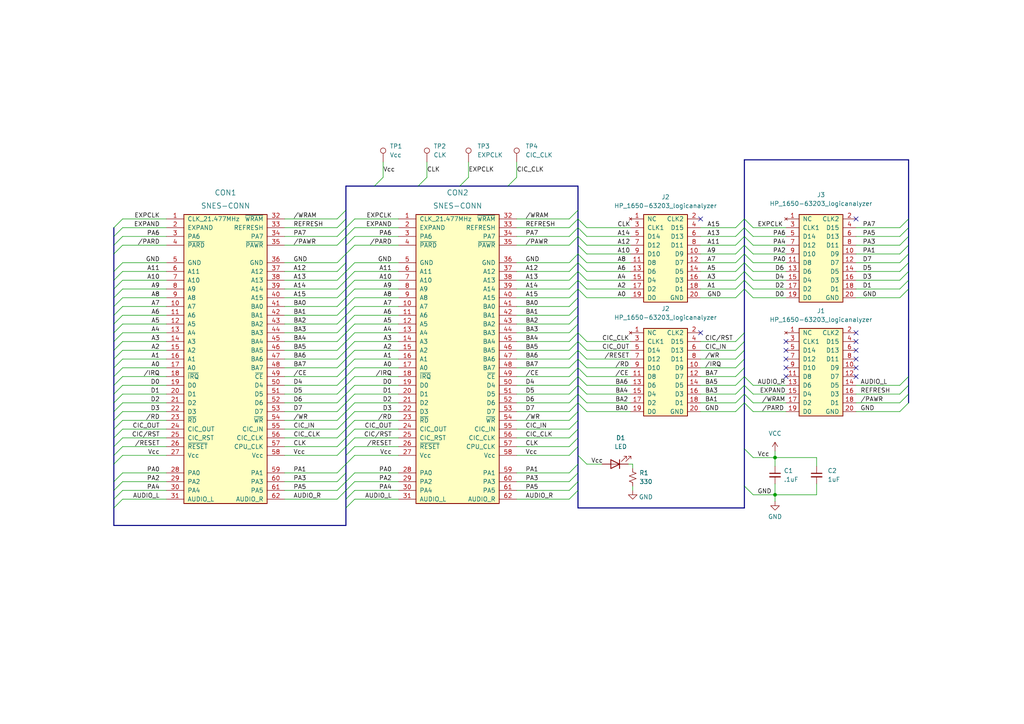
<source format=kicad_sch>
(kicad_sch (version 20211123) (generator eeschema)
  (paper "A4")
  (title_block (title "SNES logic adapter breakout / sniffer") (date "2023-02-17") (rev "1.0") (company "matei repair lab"))
  (lib_symbols
    (symbol "Connector:TestPoint" (pin_numbers hide) (pin_names (offset 0.762) hide)
      (property "Reference" "TP" (at 0 6.858 0))
      (property "Value" "TestPoint" (at 0 5.08 0))
      (symbol "TestPoint_0_1"
        (circle (center 0 3.302) (radius 0.762))
      )
      (symbol "TestPoint_1_1"
        (pin passive line (at 0 0 90) (length 2.54) (name "1") (number "1"))
      )
    )
    (symbol "Device:C_Small" (pin_numbers hide) (pin_names (offset 0.254) hide)
      (property "Reference" "C" (at 0.254 1.778 0))
      (property "Value" "C_Small" (at 0.254 -2.032 0))
      (symbol "C_Small_0_1"
        (polyline (pts (xy -1.524 -0.508) (xy 1.524 -0.508)) (stroke (width 0.3302)))
        (polyline (pts (xy -1.524 0.508) (xy 1.524 0.508)) (stroke (width 0.3048)))
      )
      (symbol "C_Small_1_1"
        (pin passive line (at 0 2.54 270) (length 2.032) (name "~") (number "1"))
        (pin passive line (at 0 -2.54 90) (length 2.032) (name "~") (number "2"))
      )
    )
    (symbol "Device:LED" (pin_numbers hide) (pin_names (offset 1.016) hide)
      (property "Reference" "D" (at 0 2.54 0))
      (property "Value" "LED" (at 0 -2.54 0))
      (symbol "LED_0_1"
        (polyline (pts (xy -1.27 -1.27) (xy -1.27 1.27)) (stroke (width 0.254)))
        (polyline (pts (xy -1.27 0) (xy 1.27 0)))
        (polyline (pts (xy 1.27 -1.27) (xy 1.27 1.27) (xy -1.27 0) (xy 1.27 -1.27)) (stroke (width 0.254)))
        (polyline (pts (xy -3.048 -0.762) (xy -4.572 -2.286) (xy -3.81 -2.286) (xy -4.572 -2.286) (xy -4.572 -1.524)))
        (polyline (pts (xy -1.778 -0.762) (xy -3.302 -2.286) (xy -2.54 -2.286) (xy -3.302 -2.286) (xy -3.302 -1.524)))
      )
      (symbol "LED_1_1"
        (pin passive line (at -3.81 0 0) (length 2.54) (name "K") (number "1"))
        (pin passive line (at 3.81 0 180) (length 2.54) (name "A") (number "2"))
      )
    )
    (symbol "Device:R_Small_US" (pin_numbers hide) (pin_names (offset 0.254) hide)
      (property "Reference" "R" (at 0.762 0.508 0))
      (property "Value" "R_Small_US" (at 0.762 -1.016 0))
      (symbol "R_Small_US_1_1"
        (polyline (pts (xy 0 0) (xy 1.016 -0.381) (xy 0 -0.762) (xy -1.016 -1.143) (xy 0 -1.524)))
        (polyline (pts (xy 0 1.524) (xy 1.016 1.143) (xy 0 0.762) (xy -1.016 0.381) (xy 0 0)))
        (pin passive line (at 0 2.54 270) (length 1.016) (name "~") (number "1"))
        (pin passive line (at 0 -2.54 90) (length 1.016) (name "~") (number "2"))
      )
    )
    (symbol "matei:HP_1650-63203_logicanalyzer" (pin_names (offset 1.016))
      (property "Reference" "J" (at 3.81 12.7 0))
      (property "Value" "HP_1650-63203_logicanalyzer" (at 2.54 -16.51 0))
      (symbol "HP_1650-63203_logicanalyzer_1_1"
        (rectangle (start -6.35 11.43) (end 6.35 -13.97) (stroke (width 0.254)) (fill (type background)))
        (pin no_connect line (at -10.16 10.16 0) (length 3.81) (name "NC") (number "1"))
        (pin passive line (at 10.16 0 180) (length 3.81) (name "D9") (number "10"))
        (pin passive line (at -10.16 -2.54 0) (length 3.81) (name "D8") (number "11"))
        (pin passive line (at 10.16 -2.54 180) (length 3.81) (name "D7") (number "12"))
        (pin passive line (at -10.16 -5.08 0) (length 3.81) (name "D6") (number "13"))
        (pin passive line (at 10.16 -5.08 180) (length 3.81) (name "D5") (number "14"))
        (pin passive line (at -10.16 -7.62 0) (length 3.81) (name "D4") (number "15"))
        (pin passive line (at 10.16 -7.62 180) (length 3.81) (name "D3") (number "16"))
        (pin passive line (at -10.16 -10.16 0) (length 3.81) (name "D2") (number "17"))
        (pin passive line (at 10.16 -10.16 180) (length 3.81) (name "D1") (number "18"))
        (pin passive line (at -10.16 -12.7 0) (length 3.81) (name "D0") (number "19"))
        (pin passive line (at 10.16 10.16 180) (length 3.81) (name "CLK2") (number "2"))
        (pin passive line (at 10.16 -12.7 180) (length 3.81) (name "GND") (number "20"))
        (pin passive line (at -10.16 7.62 0) (length 3.81) (name "CLK1") (number "3"))
        (pin passive line (at 10.16 7.62 180) (length 3.81) (name "D15") (number "4"))
        (pin passive line (at -10.16 5.08 0) (length 3.81) (name "D14") (number "5"))
        (pin passive line (at 10.16 5.08 180) (length 3.81) (name "D13") (number "6"))
        (pin passive line (at -10.16 2.54 0) (length 3.81) (name "D12") (number "7"))
        (pin passive line (at 10.16 2.54 180) (length 3.81) (name "D11") (number "8"))
        (pin passive line (at -10.16 0 0) (length 3.81) (name "D10") (number "9"))
      )
    )
    (symbol "power:GND" (power) (pin_names (offset 0))
      (property "Value" "GND" (at 0 -3.81 0))
      (symbol "GND_0_1"
        (polyline (pts (xy 0 0) (xy 0 -1.27) (xy 1.27 -1.27) (xy 0 -2.54) (xy -1.27 -1.27) (xy 0 -1.27)))
      )
      (symbol "GND_1_1"
        (pin power_in line (at 0 0 270) (length 0) hide (name "GND") (number "1"))
      )
    )
    (symbol "power:VCC" (power) (pin_names (offset 0))
      (property "Value" "VCC" (at 0 3.81 0))
      (symbol "VCC_0_1"
        (polyline (pts (xy -0.762 1.27) (xy 0 2.54)))
        (polyline (pts (xy 0 0) (xy 0 2.54)))
        (polyline (pts (xy 0 2.54) (xy 0.762 1.27)))
      )
      (symbol "VCC_1_1"
        (pin power_in line (at 0 0 90) (length 0) hide (name "VCC") (number "1"))
      )
    )
    (symbol "snes-umd-cache:SNES-CONN" (pin_names (offset 1.016))
      (property "Reference" "CON" (at 3.175 3.81 0))
      (property "Value" "SNES-CONN" (at 7.62 1.27 0))
      (symbol "SNES-CONN_0_1"
        (rectangle (start 0 0) (end 24.13 -83.82) (stroke (width 0.254)) (fill (type background)))
      )
      (symbol "SNES-CONN_1_1"
        (pin passive line (at -5.08 -1.27 0) (length 5.08) (name "CLK_21.477MHz") (number "1"))
        (pin passive line (at -5.08 -26.67 0) (length 5.08) (name "A7") (number "10"))
        (pin passive line (at -5.08 -29.21 0) (length 5.08) (name "A6") (number "11"))
        (pin passive line (at -5.08 -31.75 0) (length 5.08) (name "A5") (number "12"))
        (pin passive line (at -5.08 -34.29 0) (length 5.08) (name "A4") (number "13"))
        (pin passive line (at -5.08 -36.83 0) (length 5.08) (name "A3") (number "14"))
        (pin passive line (at -5.08 -39.37 0) (length 5.08) (name "A2") (number "15"))
        (pin passive line (at -5.08 -41.91 0) (length 5.08) (name "A1") (number "16"))
        (pin passive line (at -5.08 -44.45 0) (length 5.08) (name "A0") (number "17"))
        (pin passive line (at -5.08 -46.99 0) (length 5.08) (name "~{IRQ}") (number "18"))
        (pin passive line (at -5.08 -49.53 0) (length 5.08) (name "D0") (number "19"))
        (pin passive line (at -5.08 -3.81 0) (length 5.08) (name "EXPAND") (number "2"))
        (pin passive line (at -5.08 -52.07 0) (length 5.08) (name "D1") (number "20"))
        (pin passive line (at -5.08 -54.61 0) (length 5.08) (name "D2") (number "21"))
        (pin passive line (at -5.08 -57.15 0) (length 5.08) (name "D3") (number "22"))
        (pin passive line (at -5.08 -59.69 0) (length 5.08) (name "~{RD}") (number "23"))
        (pin passive line (at -5.08 -62.23 0) (length 5.08) (name "CIC_OUT") (number "24"))
        (pin passive line (at -5.08 -64.77 0) (length 5.08) (name "CIC_RST") (number "25"))
        (pin passive line (at -5.08 -67.31 0) (length 5.08) (name "~{RESET}") (number "26"))
        (pin passive line (at -5.08 -69.85 0) (length 5.08) (name "Vcc") (number "27"))
        (pin passive line (at -5.08 -74.93 0) (length 5.08) (name "PA0") (number "28"))
        (pin passive line (at -5.08 -77.47 0) (length 5.08) (name "PA2") (number "29"))
        (pin passive line (at -5.08 -6.35 0) (length 5.08) (name "PA6") (number "3"))
        (pin passive line (at -5.08 -80.01 0) (length 5.08) (name "PA4") (number "30"))
        (pin passive line (at -5.08 -82.55 0) (length 5.08) (name "AUDIO_L") (number "31"))
        (pin passive line (at 29.21 -1.27 180) (length 5.08) (name "~{WRAM}") (number "32"))
        (pin passive line (at 29.21 -3.81 180) (length 5.08) (name "REFRESH") (number "33"))
        (pin passive line (at 29.21 -6.35 180) (length 5.08) (name "PA7") (number "34"))
        (pin passive line (at 29.21 -8.89 180) (length 5.08) (name "~{PAWR}") (number "35"))
        (pin passive line (at 29.21 -13.97 180) (length 5.08) (name "GND") (number "36"))
        (pin passive line (at 29.21 -16.51 180) (length 5.08) (name "A12") (number "37"))
        (pin passive line (at 29.21 -19.05 180) (length 5.08) (name "A13") (number "38"))
        (pin passive line (at 29.21 -21.59 180) (length 5.08) (name "A14") (number "39"))
        (pin passive line (at -5.08 -8.89 0) (length 5.08) (name "~{PARD}") (number "4"))
        (pin passive line (at 29.21 -24.13 180) (length 5.08) (name "A15") (number "40"))
        (pin passive line (at 29.21 -26.67 180) (length 5.08) (name "BA0") (number "41"))
        (pin passive line (at 29.21 -29.21 180) (length 5.08) (name "BA1") (number "42"))
        (pin passive line (at 29.21 -31.75 180) (length 5.08) (name "BA2") (number "43"))
        (pin passive line (at 29.21 -34.29 180) (length 5.08) (name "BA3") (number "44"))
        (pin passive line (at 29.21 -36.83 180) (length 5.08) (name "BA4") (number "45"))
        (pin passive line (at 29.21 -39.37 180) (length 5.08) (name "BA5") (number "46"))
        (pin passive line (at 29.21 -41.91 180) (length 5.08) (name "BA6") (number "47"))
        (pin passive line (at 29.21 -44.45 180) (length 5.08) (name "BA7") (number "48"))
        (pin passive line (at 29.21 -46.99 180) (length 5.08) (name "~{CE}") (number "49"))
        (pin passive line (at -5.08 -13.97 0) (length 5.08) (name "GND") (number "5"))
        (pin passive line (at 29.21 -49.53 180) (length 5.08) (name "D4") (number "50"))
        (pin passive line (at 29.21 -52.07 180) (length 5.08) (name "D5") (number "51"))
        (pin passive line (at 29.21 -54.61 180) (length 5.08) (name "D6") (number "52"))
        (pin passive line (at 29.21 -57.15 180) (length 5.08) (name "D7") (number "53"))
        (pin passive line (at 29.21 -59.69 180) (length 5.08) (name "~{WR}") (number "54"))
        (pin passive line (at 29.21 -62.23 180) (length 5.08) (name "CIC_IN") (number "55"))
        (pin passive line (at 29.21 -64.77 180) (length 5.08) (name "CIC_CLK") (number "56"))
        (pin passive line (at 29.21 -67.31 180) (length 5.08) (name "CPU_CLK") (number "57"))
        (pin passive line (at 29.21 -69.85 180) (length 5.08) (name "Vcc") (number "58"))
        (pin passive line (at 29.21 -74.93 180) (length 5.08) (name "PA1") (number "59"))
        (pin passive line (at -5.08 -16.51 0) (length 5.08) (name "A11") (number "6"))
        (pin passive line (at 29.21 -77.47 180) (length 5.08) (name "PA3") (number "60"))
        (pin passive line (at 29.21 -80.01 180) (length 5.08) (name "PA5") (number "61"))
        (pin passive line (at 29.21 -82.55 180) (length 5.08) (name "AUDIO_R") (number "62"))
        (pin passive line (at -5.08 -19.05 0) (length 5.08) (name "A10") (number "7"))
        (pin passive line (at -5.08 -21.59 0) (length 5.08) (name "A9") (number "8"))
        (pin passive line (at -5.08 -24.13 0) (length 5.08) (name "A8") (number "9"))
      )
    )
  )
  (junction (at 224.79 143.51))
  (junction (at 224.79 132.715))
  (no_connect (at 248.285 96.52))
  (no_connect (at 203.2 96.52))
  (no_connect (at 248.285 109.22))
  (no_connect (at 248.285 106.68))
  (no_connect (at 248.285 104.14))
  (no_connect (at 248.285 101.6))
  (no_connect (at 248.285 99.06))
  (no_connect (at 227.965 99.06))
  (no_connect (at 227.965 106.68))
  (no_connect (at 227.965 104.14))
  (no_connect (at 227.965 101.6))
  (no_connect (at 227.965 109.22))
  (no_connect (at 248.285 63.5))
  (no_connect (at 203.2 63.5))
  (bus_entry (at 165.1 111.76) (size 2.54 -2.54))
  (bus_entry (at 33.02 116.84) (size 2.54 -2.54))
  (bus_entry (at 33.02 83.82) (size 2.54 -2.54))
  (bus_entry (at 100.33 132.08) (size 2.54 -2.54))
  (bus_entry (at 170.18 81.28) (size -2.54 -2.54))
  (bus_entry (at 170.18 78.74) (size -2.54 -2.54))
  (bus_entry (at 170.18 68.58) (size -2.54 -2.54))
  (bus_entry (at 170.18 71.12) (size -2.54 -2.54))
  (bus_entry (at 170.18 86.36) (size -2.54 -2.54))
  (bus_entry (at 170.18 73.66) (size -2.54 -2.54))
  (bus_entry (at 170.18 83.82) (size -2.54 -2.54))
  (bus_entry (at 170.18 76.2) (size -2.54 -2.54))
  (bus_entry (at 170.18 66.04) (size -2.54 -2.54))
  (bus_entry (at 97.79 144.78) (size 2.54 -2.54))
  (bus_entry (at 100.33 144.78) (size 2.54 -2.54))
  (bus_entry (at 97.79 121.92) (size 2.54 -2.54))
  (bus_entry (at 97.79 86.36) (size 2.54 -2.54))
  (bus_entry (at 97.79 78.74) (size 2.54 -2.54))
  (bus_entry (at 33.02 106.68) (size 2.54 -2.54))
  (bus_entry (at 100.33 111.76) (size 2.54 -2.54))
  (bus_entry (at 100.33 121.92) (size 2.54 -2.54))
  (bus_entry (at 33.02 96.52) (size 2.54 -2.54))
  (bus_entry (at 33.02 134.62) (size 2.54 -2.54))
  (bus_entry (at 100.33 147.32) (size 2.54 -2.54))
  (bus_entry (at 33.02 111.76) (size 2.54 -2.54))
  (bus_entry (at 97.79 114.3) (size 2.54 -2.54))
  (bus_entry (at 165.1 71.12) (size 2.54 -2.54))
  (bus_entry (at 165.1 127) (size 2.54 -2.54))
  (bus_entry (at 100.33 101.6) (size 2.54 -2.54))
  (bus_entry (at 97.79 109.22) (size 2.54 -2.54))
  (bus_entry (at 33.02 99.06) (size 2.54 -2.54))
  (bus_entry (at 165.1 78.74) (size 2.54 -2.54))
  (bus_entry (at 100.33 142.24) (size 2.54 -2.54))
  (bus_entry (at 97.79 93.98) (size 2.54 -2.54))
  (bus_entry (at 218.44 132.715) (size -2.54 -2.54))
  (bus_entry (at 218.44 143.51) (size -2.54 -2.54))
  (bus_entry (at 165.1 114.3) (size 2.54 -2.54))
  (bus_entry (at 97.79 106.68) (size 2.54 -2.54))
  (bus_entry (at 33.02 104.14) (size 2.54 -2.54))
  (bus_entry (at 165.1 119.38) (size 2.54 -2.54))
  (bus_entry (at 33.02 142.24) (size 2.54 -2.54))
  (bus_entry (at 165.1 106.68) (size 2.54 -2.54))
  (bus_entry (at 97.79 132.08) (size 2.54 -2.54))
  (bus_entry (at 33.02 114.3) (size 2.54 -2.54))
  (bus_entry (at 165.1 104.14) (size 2.54 -2.54))
  (bus_entry (at 33.02 132.08) (size 2.54 -2.54))
  (bus_entry (at 97.79 63.5) (size 2.54 -2.54))
  (bus_entry (at 165.1 86.36) (size 2.54 -2.54))
  (bus_entry (at 100.33 83.82) (size 2.54 -2.54))
  (bus_entry (at 33.02 119.38) (size 2.54 -2.54))
  (bus_entry (at 165.1 137.16) (size 2.54 -2.54))
  (bus_entry (at 100.33 73.66) (size 2.54 -2.54))
  (bus_entry (at 100.33 114.3) (size 2.54 -2.54))
  (bus_entry (at 97.79 119.38) (size 2.54 -2.54))
  (bus_entry (at 33.02 88.9) (size 2.54 -2.54))
  (bus_entry (at 100.33 66.04) (size 2.54 -2.54))
  (bus_entry (at 97.79 111.76) (size 2.54 -2.54))
  (bus_entry (at 100.33 99.06) (size 2.54 -2.54))
  (bus_entry (at 165.1 63.5) (size 2.54 -2.54))
  (bus_entry (at 97.79 68.58) (size 2.54 -2.54))
  (bus_entry (at 100.33 124.46) (size 2.54 -2.54))
  (bus_entry (at 33.02 68.58) (size 2.54 -2.54))
  (bus_entry (at 33.02 66.04) (size 2.54 -2.54))
  (bus_entry (at 97.79 101.6) (size 2.54 -2.54))
  (bus_entry (at 100.33 91.44) (size 2.54 -2.54))
  (bus_entry (at 100.33 109.22) (size 2.54 -2.54))
  (bus_entry (at 165.1 124.46) (size 2.54 -2.54))
  (bus_entry (at 165.1 144.78) (size 2.54 -2.54))
  (bus_entry (at 33.02 81.28) (size 2.54 -2.54))
  (bus_entry (at 100.33 78.74) (size 2.54 -2.54))
  (bus_entry (at 33.02 121.92) (size 2.54 -2.54))
  (bus_entry (at 97.79 116.84) (size 2.54 -2.54))
  (bus_entry (at 100.33 104.14) (size 2.54 -2.54))
  (bus_entry (at 165.1 96.52) (size 2.54 -2.54))
  (bus_entry (at 33.02 124.46) (size 2.54 -2.54))
  (bus_entry (at 97.79 139.7) (size 2.54 -2.54))
  (bus_entry (at 218.44 119.38) (size -2.54 -2.54))
  (bus_entry (at 218.44 111.76) (size -2.54 -2.54))
  (bus_entry (at 218.44 114.3) (size -2.54 -2.54))
  (bus_entry (at 218.44 116.84) (size -2.54 -2.54))
  (bus_entry (at 218.44 71.12) (size -2.54 -2.54))
  (bus_entry (at 218.44 73.66) (size -2.54 -2.54))
  (bus_entry (at 218.44 66.04) (size -2.54 -2.54))
  (bus_entry (at 218.44 68.58) (size -2.54 -2.54))
  (bus_entry (at 218.44 86.36) (size -2.54 -2.54))
  (bus_entry (at 218.44 81.28) (size -2.54 -2.54))
  (bus_entry (at 218.44 78.74) (size -2.54 -2.54))
  (bus_entry (at 218.44 83.82) (size -2.54 -2.54))
  (bus_entry (at 218.44 76.2) (size -2.54 -2.54))
  (bus_entry (at 260.985 76.2) (size 2.54 -2.54))
  (bus_entry (at 260.985 73.66) (size 2.54 -2.54))
  (bus_entry (at 260.985 71.12) (size 2.54 -2.54))
  (bus_entry (at 260.985 68.58) (size 2.54 -2.54))
  (bus_entry (at 260.985 66.04) (size 2.54 -2.54))
  (bus_entry (at 33.02 147.32) (size 2.54 -2.54))
  (bus_entry (at 100.33 81.28) (size 2.54 -2.54))
  (bus_entry (at 260.985 81.28) (size 2.54 -2.54))
  (bus_entry (at 260.985 78.74) (size 2.54 -2.54))
  (bus_entry (at 260.985 83.82) (size 2.54 -2.54))
  (bus_entry (at 260.985 86.36) (size 2.54 -2.54))
  (bus_entry (at 97.79 96.52) (size 2.54 -2.54))
  (bus_entry (at 165.1 76.2) (size 2.54 -2.54))
  (bus_entry (at 165.1 129.54) (size 2.54 -2.54))
  (bus_entry (at 33.02 129.54) (size 2.54 -2.54))
  (bus_entry (at 165.1 91.44) (size 2.54 -2.54))
  (bus_entry (at 100.33 68.58) (size 2.54 -2.54))
  (bus_entry (at 165.1 109.22) (size 2.54 -2.54))
  (bus_entry (at 33.02 101.6) (size 2.54 -2.54))
  (bus_entry (at 100.33 96.52) (size 2.54 -2.54))
  (bus_entry (at 100.33 71.12) (size 2.54 -2.54))
  (bus_entry (at 100.33 88.9) (size 2.54 -2.54))
  (bus_entry (at 97.79 71.12) (size 2.54 -2.54))
  (bus_entry (at 111.125 51.435) (size -2.54 2.54))
  (bus_entry (at 123.825 51.435) (size -2.54 2.54))
  (bus_entry (at 135.89 51.435) (size -2.54 2.54))
  (bus_entry (at 149.86 51.435) (size -2.54 2.54))
  (bus_entry (at 165.1 116.84) (size 2.54 -2.54))
  (bus_entry (at 97.79 129.54) (size 2.54 -2.54))
  (bus_entry (at 260.985 119.38) (size 2.54 -2.54))
  (bus_entry (at 260.985 114.3) (size 2.54 -2.54))
  (bus_entry (at 260.985 116.84) (size 2.54 -2.54))
  (bus_entry (at 260.985 111.76) (size 2.54 -2.54))
  (bus_entry (at 97.79 88.9) (size 2.54 -2.54))
  (bus_entry (at 165.1 68.58) (size 2.54 -2.54))
  (bus_entry (at 165.1 88.9) (size 2.54 -2.54))
  (bus_entry (at 33.02 86.36) (size 2.54 -2.54))
  (bus_entry (at 97.79 81.28) (size 2.54 -2.54))
  (bus_entry (at 33.02 93.98) (size 2.54 -2.54))
  (bus_entry (at 100.33 86.36) (size 2.54 -2.54))
  (bus_entry (at 100.33 116.84) (size 2.54 -2.54))
  (bus_entry (at 33.02 127) (size 2.54 -2.54))
  (bus_entry (at 165.1 66.04) (size 2.54 -2.54))
  (bus_entry (at 100.33 129.54) (size 2.54 -2.54))
  (bus_entry (at 165.1 81.28) (size 2.54 -2.54))
  (bus_entry (at 33.02 109.22) (size 2.54 -2.54))
  (bus_entry (at 97.79 124.46) (size 2.54 -2.54))
  (bus_entry (at 97.79 104.14) (size 2.54 -2.54))
  (bus_entry (at 213.36 114.3) (size 2.54 -2.54))
  (bus_entry (at 170.18 119.38) (size -2.54 -2.54))
  (bus_entry (at 170.18 116.84) (size -2.54 -2.54))
  (bus_entry (at 170.18 106.68) (size -2.54 -2.54))
  (bus_entry (at 170.18 109.22) (size -2.54 -2.54))
  (bus_entry (at 170.18 104.14) (size -2.54 -2.54))
  (bus_entry (at 170.18 111.76) (size -2.54 -2.54))
  (bus_entry (at 170.18 114.3) (size -2.54 -2.54))
  (bus_entry (at 213.36 83.82) (size 2.54 -2.54))
  (bus_entry (at 213.36 86.36) (size 2.54 -2.54))
  (bus_entry (at 213.36 78.74) (size 2.54 -2.54))
  (bus_entry (at 213.36 71.12) (size 2.54 -2.54))
  (bus_entry (at 213.36 101.6) (size 2.54 -2.54))
  (bus_entry (at 213.36 99.06) (size 2.54 -2.54))
  (bus_entry (at 213.36 106.68) (size 2.54 -2.54))
  (bus_entry (at 213.36 111.76) (size 2.54 -2.54))
  (bus_entry (at 213.36 109.22) (size 2.54 -2.54))
  (bus_entry (at 213.36 104.14) (size 2.54 -2.54))
  (bus_entry (at 170.18 101.6) (size -2.54 -2.54))
  (bus_entry (at 170.18 99.06) (size -2.54 -2.54))
  (bus_entry (at 213.36 81.28) (size 2.54 -2.54))
  (bus_entry (at 213.36 76.2) (size 2.54 -2.54))
  (bus_entry (at 213.36 73.66) (size 2.54 -2.54))
  (bus_entry (at 213.36 66.04) (size 2.54 -2.54))
  (bus_entry (at 213.36 68.58) (size 2.54 -2.54))
  (bus_entry (at 213.36 116.84) (size 2.54 -2.54))
  (bus_entry (at 213.36 119.38) (size 2.54 -2.54))
  (bus_entry (at 165.1 101.6) (size 2.54 -2.54))
  (bus_entry (at 165.1 83.82) (size 2.54 -2.54))
  (bus_entry (at 33.02 73.66) (size 2.54 -2.54))
  (bus_entry (at 165.1 139.7) (size 2.54 -2.54))
  (bus_entry (at 97.79 76.2) (size 2.54 -2.54))
  (bus_entry (at 165.1 132.08) (size 2.54 -2.54))
  (bus_entry (at 33.02 91.44) (size 2.54 -2.54))
  (bus_entry (at 100.33 93.98) (size 2.54 -2.54))
  (bus_entry (at 33.02 71.12) (size 2.54 -2.54))
  (bus_entry (at 165.1 93.98) (size 2.54 -2.54))
  (bus_entry (at 100.33 127) (size 2.54 -2.54))
  (bus_entry (at 100.33 134.62) (size 2.54 -2.54))
  (bus_entry (at 97.79 99.06) (size 2.54 -2.54))
  (bus_entry (at 170.18 134.62) (size -2.54 -2.54))
  (bus_entry (at 97.79 83.82) (size 2.54 -2.54))
  (bus_entry (at 100.33 106.68) (size 2.54 -2.54))
  (bus_entry (at 33.02 78.74) (size 2.54 -2.54))
  (bus_entry (at 97.79 142.24) (size 2.54 -2.54))
  (bus_entry (at 165.1 142.24) (size 2.54 -2.54))
  (bus_entry (at 165.1 99.06) (size 2.54 -2.54))
  (bus_entry (at 97.79 127) (size 2.54 -2.54))
  (bus_entry (at 97.79 137.16) (size 2.54 -2.54))
  (bus_entry (at 165.1 121.92) (size 2.54 -2.54))
  (bus_entry (at 100.33 119.38) (size 2.54 -2.54))
  (bus_entry (at 100.33 139.7) (size 2.54 -2.54))
  (bus_entry (at 97.79 91.44) (size 2.54 -2.54))
  (bus_entry (at 33.02 139.7) (size 2.54 -2.54))
  (bus_entry (at 97.79 66.04) (size 2.54 -2.54))
  (bus_entry (at 33.02 144.78) (size 2.54 -2.54))
  (bus (pts (xy 167.64 139.7) (xy 167.64 137.16)))
  (wire (pts (xy 82.55 124.46) (xy 97.79 124.46)))
  (bus (pts (xy 167.64 114.3) (xy 167.64 111.76)))
  (wire (pts (xy 149.86 111.76) (xy 165.1 111.76)))
  (wire (pts (xy 35.56 68.58) (xy 48.26 68.58)))
  (wire (pts (xy 248.285 78.74) (xy 260.985 78.74)))
  (wire (pts (xy 82.55 91.44) (xy 97.79 91.44)))
  (wire (pts (xy 183.515 134.62) (xy 183.515 135.89)))
  (wire (pts (xy 203.2 76.2) (xy 213.36 76.2)))
  (bus (pts (xy 100.33 101.6) (xy 100.33 104.14)))
  (wire (pts (xy 149.86 76.2) (xy 165.1 76.2)))
  (bus (pts (xy 33.02 129.54) (xy 33.02 132.08)))
  (bus (pts (xy 263.525 114.3) (xy 263.525 116.84)))
  (bus (pts (xy 100.33 99.06) (xy 100.33 101.6)))
  (wire (pts (xy 170.18 83.82) (xy 182.88 83.82)))
  (bus (pts (xy 167.64 66.04) (xy 167.64 63.5)))
  (wire (pts (xy 102.87 68.58) (xy 115.57 68.58)))
  (bus (pts (xy 100.33 152.4) (xy 100.33 147.32)))
  (bus (pts (xy 100.33 53.975) (xy 108.585 53.975)))
  (wire (pts (xy 102.87 137.16) (xy 115.57 137.16)))
  (wire (pts (xy 203.2 83.82) (xy 213.36 83.82)))
  (wire (pts (xy 203.2 119.38) (xy 213.36 119.38)))
  (wire (pts (xy 248.285 86.36) (xy 260.985 86.36)))
  (bus (pts (xy 215.9 46.355) (xy 215.9 63.5)))
  (wire (pts (xy 102.87 88.9) (xy 115.57 88.9)))
  (wire (pts (xy 218.44 86.36) (xy 227.965 86.36)))
  (wire (pts (xy 224.79 140.335) (xy 224.79 143.51)))
  (wire (pts (xy 82.55 144.78) (xy 97.79 144.78)))
  (wire (pts (xy 149.86 129.54) (xy 165.1 129.54)))
  (wire (pts (xy 149.86 96.52) (xy 165.1 96.52)))
  (wire (pts (xy 248.285 116.84) (xy 260.985 116.84)))
  (wire (pts (xy 82.55 63.5) (xy 97.79 63.5)))
  (wire (pts (xy 102.87 124.46) (xy 115.57 124.46)))
  (wire (pts (xy 170.18 68.58) (xy 182.88 68.58)))
  (bus (pts (xy 167.64 147.32) (xy 215.9 147.32)))
  (wire (pts (xy 102.87 96.52) (xy 115.57 96.52)))
  (wire (pts (xy 35.56 132.08) (xy 48.26 132.08)))
  (bus (pts (xy 33.02 96.52) (xy 33.02 99.06)))
  (wire (pts (xy 35.56 81.28) (xy 48.26 81.28)))
  (wire (pts (xy 111.125 46.99) (xy 111.125 51.435)))
  (wire (pts (xy 218.44 83.82) (xy 227.965 83.82)))
  (wire (pts (xy 236.855 132.715) (xy 236.855 135.255)))
  (wire (pts (xy 35.56 124.46) (xy 48.26 124.46)))
  (bus (pts (xy 33.02 119.38) (xy 33.02 121.92)))
  (wire (pts (xy 102.87 121.92) (xy 115.57 121.92)))
  (bus (pts (xy 215.9 66.04) (xy 215.9 63.5)))
  (wire (pts (xy 170.18 109.22) (xy 182.88 109.22)))
  (wire (pts (xy 35.56 144.78) (xy 48.26 144.78)))
  (bus (pts (xy 33.02 152.4) (xy 100.33 152.4)))
  (bus (pts (xy 33.02 104.14) (xy 33.02 106.68)))
  (wire (pts (xy 149.86 142.24) (xy 165.1 142.24)))
  (bus (pts (xy 33.02 66.04) (xy 33.02 68.58)))
  (bus (pts (xy 33.02 71.12) (xy 33.02 73.66)))
  (bus (pts (xy 167.64 96.52) (xy 167.64 93.98)))
  (wire (pts (xy 135.89 46.99) (xy 135.89 51.435)))
  (wire (pts (xy 218.44 78.74) (xy 227.965 78.74)))
  (bus (pts (xy 100.33 137.16) (xy 100.33 139.7)))
  (wire (pts (xy 182.245 134.62) (xy 183.515 134.62)))
  (wire (pts (xy 123.825 46.99) (xy 123.825 51.435)))
  (wire (pts (xy 248.285 68.58) (xy 260.985 68.58)))
  (bus (pts (xy 167.64 93.98) (xy 167.64 91.44)))
  (bus (pts (xy 100.33 132.08) (xy 100.33 134.62)))
  (bus (pts (xy 100.33 106.68) (xy 100.33 109.22)))
  (wire (pts (xy 82.55 127) (xy 97.79 127)))
  (wire (pts (xy 82.55 86.36) (xy 97.79 86.36)))
  (wire (pts (xy 170.18 111.76) (xy 182.88 111.76)))
  (wire (pts (xy 170.18 104.14) (xy 182.88 104.14)))
  (bus (pts (xy 167.64 88.9) (xy 167.64 86.36)))
  (bus (pts (xy 263.525 46.355) (xy 263.525 63.5)))
  (wire (pts (xy 35.56 78.74) (xy 48.26 78.74)))
  (wire (pts (xy 203.2 101.6) (xy 213.36 101.6)))
  (wire (pts (xy 82.55 119.38) (xy 97.79 119.38)))
  (wire (pts (xy 218.44 76.2) (xy 227.965 76.2)))
  (wire (pts (xy 203.2 111.76) (xy 213.36 111.76)))
  (wire (pts (xy 102.87 139.7) (xy 115.57 139.7)))
  (bus (pts (xy 100.33 93.98) (xy 100.33 96.52)))
  (wire (pts (xy 102.87 76.2) (xy 115.57 76.2)))
  (wire (pts (xy 149.86 132.08) (xy 165.1 132.08)))
  (bus (pts (xy 215.9 71.12) (xy 215.9 68.58)))
  (bus (pts (xy 33.02 106.68) (xy 33.02 109.22)))
  (wire (pts (xy 170.18 73.66) (xy 182.88 73.66)))
  (wire (pts (xy 35.56 106.68) (xy 48.26 106.68)))
  (wire (pts (xy 35.56 104.14) (xy 48.26 104.14)))
  (bus (pts (xy 167.64 137.16) (xy 167.64 134.62)))
  (bus (pts (xy 215.9 140.97) (xy 215.9 130.175)))
  (bus (pts (xy 167.64 132.08) (xy 167.64 129.54)))
  (bus (pts (xy 100.33 76.2) (xy 100.33 73.66)))
  (bus (pts (xy 167.64 73.66) (xy 167.64 71.12)))
  (wire (pts (xy 82.55 93.98) (xy 97.79 93.98)))
  (wire (pts (xy 149.86 137.16) (xy 165.1 137.16)))
  (wire (pts (xy 35.56 101.6) (xy 48.26 101.6)))
  (wire (pts (xy 149.86 124.46) (xy 165.1 124.46)))
  (wire (pts (xy 218.44 71.12) (xy 227.965 71.12)))
  (bus (pts (xy 100.33 93.98) (xy 100.33 91.44)))
  (bus (pts (xy 33.02 91.44) (xy 33.02 93.98)))
  (bus (pts (xy 167.64 142.24) (xy 167.64 147.32)))
  (wire (pts (xy 82.55 111.76) (xy 97.79 111.76)))
  (bus (pts (xy 215.9 68.58) (xy 215.9 66.04)))
  (wire (pts (xy 82.55 121.92) (xy 97.79 121.92)))
  (wire (pts (xy 170.18 116.84) (xy 182.88 116.84)))
  (bus (pts (xy 100.33 86.36) (xy 100.33 88.9)))
  (bus (pts (xy 215.9 109.22) (xy 215.9 106.68)))
  (bus (pts (xy 33.02 83.82) (xy 33.02 86.36)))
  (wire (pts (xy 149.86 101.6) (xy 165.1 101.6)))
  (wire (pts (xy 149.86 119.38) (xy 165.1 119.38)))
  (bus (pts (xy 215.9 111.76) (xy 215.9 109.22)))
  (bus (pts (xy 100.33 144.78) (xy 100.33 147.32)))
  (wire (pts (xy 170.18 81.28) (xy 182.88 81.28)))
  (bus (pts (xy 33.02 139.7) (xy 33.02 142.24)))
  (wire (pts (xy 82.55 109.22) (xy 97.79 109.22)))
  (bus (pts (xy 133.35 53.975) (xy 147.32 53.975)))
  (wire (pts (xy 170.18 119.38) (xy 182.88 119.38)))
  (wire (pts (xy 170.18 114.3) (xy 182.88 114.3)))
  (wire (pts (xy 203.2 104.14) (xy 213.36 104.14)))
  (bus (pts (xy 33.02 109.22) (xy 33.02 111.76)))
  (wire (pts (xy 35.56 114.3) (xy 48.26 114.3)))
  (bus (pts (xy 100.33 63.5) (xy 100.33 66.04)))
  (wire (pts (xy 203.2 114.3) (xy 213.36 114.3)))
  (bus (pts (xy 108.585 53.975) (xy 121.285 53.975)))
  (bus (pts (xy 167.64 86.36) (xy 167.64 83.82)))
  (bus (pts (xy 263.525 66.04) (xy 263.525 68.58)))
  (wire (pts (xy 218.44 116.84) (xy 227.965 116.84)))
  (wire (pts (xy 102.87 106.68) (xy 115.57 106.68)))
  (wire (pts (xy 35.56 109.22) (xy 48.26 109.22)))
  (bus (pts (xy 263.525 81.28) (xy 263.525 83.82)))
  (bus (pts (xy 215.9 78.74) (xy 215.9 76.2)))
  (wire (pts (xy 149.86 88.9) (xy 165.1 88.9)))
  (bus (pts (xy 215.9 147.32) (xy 215.9 140.97)))
  (bus (pts (xy 263.525 76.2) (xy 263.525 78.74)))
  (wire (pts (xy 82.55 129.54) (xy 97.79 129.54)))
  (wire (pts (xy 35.56 83.82) (xy 48.26 83.82)))
  (wire (pts (xy 170.18 101.6) (xy 182.88 101.6)))
  (wire (pts (xy 102.87 83.82) (xy 115.57 83.82)))
  (bus (pts (xy 167.64 116.84) (xy 167.64 114.3)))
  (wire (pts (xy 248.285 83.82) (xy 260.985 83.82)))
  (wire (pts (xy 82.55 106.68) (xy 97.79 106.68)))
  (bus (pts (xy 167.64 104.14) (xy 167.64 101.6)))
  (wire (pts (xy 218.44 66.04) (xy 227.965 66.04)))
  (wire (pts (xy 35.56 76.2) (xy 48.26 76.2)))
  (wire (pts (xy 35.56 96.52) (xy 48.26 96.52)))
  (wire (pts (xy 82.55 71.12) (xy 97.79 71.12)))
  (wire (pts (xy 35.56 88.9) (xy 48.26 88.9)))
  (wire (pts (xy 35.56 137.16) (xy 48.26 137.16)))
  (wire (pts (xy 102.87 66.04) (xy 115.57 66.04)))
  (bus (pts (xy 33.02 147.32) (xy 33.02 152.4)))
  (bus (pts (xy 167.64 91.44) (xy 167.64 88.9)))
  (bus (pts (xy 167.64 127) (xy 167.64 124.46)))
  (wire (pts (xy 82.55 99.06) (xy 97.79 99.06)))
  (bus (pts (xy 121.285 53.975) (xy 133.35 53.975)))
  (wire (pts (xy 102.87 71.12) (xy 115.57 71.12)))
  (wire (pts (xy 35.56 111.76) (xy 48.26 111.76)))
  (bus (pts (xy 215.9 83.82) (xy 215.9 96.52)))
  (bus (pts (xy 167.64 101.6) (xy 167.64 99.06)))
  (wire (pts (xy 82.55 76.2) (xy 97.79 76.2)))
  (bus (pts (xy 167.64 99.06) (xy 167.64 96.52)))
  (wire (pts (xy 203.2 73.66) (xy 213.36 73.66)))
  (bus (pts (xy 215.9 46.355) (xy 263.525 46.355)))
  (bus (pts (xy 147.32 53.975) (xy 167.64 53.975)))
  (bus (pts (xy 167.64 71.12) (xy 167.64 68.58)))
  (wire (pts (xy 170.18 71.12) (xy 182.88 71.12)))
  (wire (pts (xy 102.87 116.84) (xy 115.57 116.84)))
  (bus (pts (xy 100.33 71.12) (xy 100.33 73.66)))
  (wire (pts (xy 218.44 119.38) (xy 227.965 119.38)))
  (wire (pts (xy 35.56 127) (xy 48.26 127)))
  (wire (pts (xy 236.855 143.51) (xy 236.855 140.335)))
  (wire (pts (xy 102.87 78.74) (xy 115.57 78.74)))
  (wire (pts (xy 149.86 66.04) (xy 165.1 66.04)))
  (wire (pts (xy 170.18 76.2) (xy 182.88 76.2)))
  (bus (pts (xy 100.33 81.28) (xy 100.33 78.74)))
  (bus (pts (xy 33.02 78.74) (xy 33.02 81.28)))
  (wire (pts (xy 224.79 132.715) (xy 224.79 135.255)))
  (wire (pts (xy 248.285 81.28) (xy 260.985 81.28)))
  (wire (pts (xy 149.86 86.36) (xy 165.1 86.36)))
  (bus (pts (xy 215.9 81.28) (xy 215.9 78.74)))
  (bus (pts (xy 167.64 109.22) (xy 167.64 106.68)))
  (wire (pts (xy 102.87 119.38) (xy 115.57 119.38)))
  (wire (pts (xy 102.87 99.06) (xy 115.57 99.06)))
  (wire (pts (xy 82.55 66.04) (xy 97.79 66.04)))
  (bus (pts (xy 100.33 78.74) (xy 100.33 76.2)))
  (bus (pts (xy 215.9 116.84) (xy 215.9 114.3)))
  (bus (pts (xy 33.02 88.9) (xy 33.02 91.44)))
  (wire (pts (xy 82.55 88.9) (xy 97.79 88.9)))
  (wire (pts (xy 218.44 81.28) (xy 227.965 81.28)))
  (wire (pts (xy 35.56 86.36) (xy 48.26 86.36)))
  (bus (pts (xy 100.33 66.04) (xy 100.33 68.58)))
  (bus (pts (xy 33.02 93.98) (xy 33.02 96.52)))
  (wire (pts (xy 102.87 101.6) (xy 115.57 101.6)))
  (wire (pts (xy 248.285 66.04) (xy 260.985 66.04)))
  (bus (pts (xy 33.02 111.76) (xy 33.02 114.3)))
  (bus (pts (xy 215.9 76.2) (xy 215.9 73.66)))
  (bus (pts (xy 33.02 99.06) (xy 33.02 101.6)))
  (bus (pts (xy 33.02 134.62) (xy 33.02 139.7)))
  (bus (pts (xy 100.33 116.84) (xy 100.33 119.38)))
  (wire (pts (xy 102.87 127) (xy 115.57 127)))
  (wire (pts (xy 35.56 116.84) (xy 48.26 116.84)))
  (wire (pts (xy 149.86 104.14) (xy 165.1 104.14)))
  (wire (pts (xy 149.86 144.78) (xy 165.1 144.78)))
  (wire (pts (xy 35.56 119.38) (xy 48.26 119.38)))
  (bus (pts (xy 263.525 63.5) (xy 263.525 66.04)))
  (wire (pts (xy 203.2 78.74) (xy 213.36 78.74)))
  (bus (pts (xy 215.9 83.82) (xy 215.9 81.28)))
  (wire (pts (xy 149.86 127) (xy 165.1 127)))
  (wire (pts (xy 149.86 116.84) (xy 165.1 116.84)))
  (wire (pts (xy 82.55 139.7) (xy 97.79 139.7)))
  (bus (pts (xy 263.525 71.12) (xy 263.525 73.66)))
  (wire (pts (xy 149.86 109.22) (xy 165.1 109.22)))
  (bus (pts (xy 167.64 68.58) (xy 167.64 66.04)))
  (bus (pts (xy 33.02 116.84) (xy 33.02 119.38)))
  (wire (pts (xy 203.2 99.06) (xy 213.36 99.06)))
  (wire (pts (xy 170.18 78.74) (xy 182.88 78.74)))
  (bus (pts (xy 100.33 139.7) (xy 100.33 142.24)))
  (bus (pts (xy 167.64 106.68) (xy 167.64 104.14)))
  (wire (pts (xy 149.86 71.12) (xy 165.1 71.12)))
  (wire (pts (xy 35.56 99.06) (xy 48.26 99.06)))
  (bus (pts (xy 167.64 83.82) (xy 167.64 81.28)))
  (wire (pts (xy 203.2 71.12) (xy 213.36 71.12)))
  (bus (pts (xy 33.02 142.24) (xy 33.02 144.78)))
  (wire (pts (xy 248.285 114.3) (xy 260.985 114.3)))
  (wire (pts (xy 170.18 66.04) (xy 182.88 66.04)))
  (bus (pts (xy 167.64 53.975) (xy 167.64 60.96)))
  (bus (pts (xy 215.9 114.3) (xy 215.9 111.76)))
  (bus (pts (xy 100.33 124.46) (xy 100.33 127)))
  (bus (pts (xy 167.64 121.92) (xy 167.64 119.38)))
  (wire (pts (xy 149.86 63.5) (xy 165.1 63.5)))
  (wire (pts (xy 102.87 114.3) (xy 115.57 114.3)))
  (wire (pts (xy 35.56 71.12) (xy 48.26 71.12)))
  (wire (pts (xy 203.2 86.36) (xy 213.36 86.36)))
  (wire (pts (xy 82.55 116.84) (xy 97.79 116.84)))
  (wire (pts (xy 35.56 63.5) (xy 48.26 63.5)))
  (wire (pts (xy 82.55 114.3) (xy 97.79 114.3)))
  (wire (pts (xy 35.56 142.24) (xy 48.26 142.24)))
  (wire (pts (xy 82.55 142.24) (xy 97.79 142.24)))
  (bus (pts (xy 33.02 121.92) (xy 33.02 124.46)))
  (bus (pts (xy 215.9 73.66) (xy 215.9 71.12)))
  (wire (pts (xy 149.86 139.7) (xy 165.1 139.7)))
  (bus (pts (xy 100.33 96.52) (xy 100.33 99.06)))
  (wire (pts (xy 35.56 121.92) (xy 48.26 121.92)))
  (wire (pts (xy 203.2 106.68) (xy 213.36 106.68)))
  (wire (pts (xy 82.55 101.6) (xy 97.79 101.6)))
  (bus (pts (xy 100.33 137.16) (xy 100.33 134.62)))
  (wire (pts (xy 35.56 129.54) (xy 48.26 129.54)))
  (wire (pts (xy 102.87 142.24) (xy 115.57 142.24)))
  (bus (pts (xy 100.33 119.38) (xy 100.33 121.92)))
  (bus (pts (xy 100.33 111.76) (xy 100.33 114.3)))
  (wire (pts (xy 102.87 104.14) (xy 115.57 104.14)))
  (wire (pts (xy 35.56 66.04) (xy 48.26 66.04)))
  (bus (pts (xy 33.02 86.36) (xy 33.02 88.9)))
  (wire (pts (xy 149.86 68.58) (xy 165.1 68.58)))
  (bus (pts (xy 215.9 106.68) (xy 215.9 104.14)))
  (wire (pts (xy 218.44 68.58) (xy 227.965 68.58)))
  (wire (pts (xy 149.86 91.44) (xy 165.1 91.44)))
  (bus (pts (xy 100.33 109.22) (xy 100.33 111.76)))
  (wire (pts (xy 102.87 86.36) (xy 115.57 86.36)))
  (wire (pts (xy 149.86 106.68) (xy 165.1 106.68)))
  (wire (pts (xy 203.2 109.22) (xy 213.36 109.22)))
  (bus (pts (xy 167.64 142.24) (xy 167.64 139.7)))
  (wire (pts (xy 218.44 132.715) (xy 224.79 132.715)))
  (bus (pts (xy 100.33 88.9) (xy 100.33 91.44)))
  (wire (pts (xy 183.515 140.97) (xy 183.515 142.24)))
  (bus (pts (xy 33.02 81.28) (xy 33.02 83.82)))
  (bus (pts (xy 33.02 68.58) (xy 33.02 71.12)))
  (bus (pts (xy 263.525 68.58) (xy 263.525 71.12)))
  (bus (pts (xy 33.02 114.3) (xy 33.02 116.84)))
  (wire (pts (xy 224.79 130.81) (xy 224.79 132.715)))
  (wire (pts (xy 170.18 106.68) (xy 182.88 106.68)))
  (bus (pts (xy 263.525 111.76) (xy 263.525 114.3)))
  (wire (pts (xy 102.87 144.78) (xy 115.57 144.78)))
  (wire (pts (xy 102.87 132.08) (xy 115.57 132.08)))
  (wire (pts (xy 149.86 83.82) (xy 165.1 83.82)))
  (bus (pts (xy 167.64 134.62) (xy 167.64 132.08)))
  (wire (pts (xy 203.2 81.28) (xy 213.36 81.28)))
  (wire (pts (xy 248.285 111.76) (xy 260.985 111.76)))
  (wire (pts (xy 102.87 93.98) (xy 115.57 93.98)))
  (wire (pts (xy 248.285 119.38) (xy 260.985 119.38)))
  (bus (pts (xy 100.33 127) (xy 100.33 129.54)))
  (bus (pts (xy 33.02 132.08) (xy 33.02 134.62)))
  (bus (pts (xy 263.525 73.66) (xy 263.525 76.2)))
  (wire (pts (xy 149.86 114.3) (xy 165.1 114.3)))
  (wire (pts (xy 149.86 78.74) (xy 165.1 78.74)))
  (bus (pts (xy 33.02 144.78) (xy 33.02 147.32)))
  (wire (pts (xy 203.2 68.58) (xy 213.36 68.58)))
  (wire (pts (xy 218.44 114.3) (xy 227.965 114.3)))
  (wire (pts (xy 170.18 86.36) (xy 182.88 86.36)))
  (bus (pts (xy 263.525 109.22) (xy 263.525 111.76)))
  (bus (pts (xy 100.33 83.82) (xy 100.33 81.28)))
  (wire (pts (xy 82.55 132.08) (xy 97.79 132.08)))
  (bus (pts (xy 167.64 76.2) (xy 167.64 73.66)))
  (wire (pts (xy 218.44 143.51) (xy 224.79 143.51)))
  (wire (pts (xy 102.87 63.5) (xy 115.57 63.5)))
  (bus (pts (xy 100.33 60.96) (xy 100.33 63.5)))
  (wire (pts (xy 102.87 129.54) (xy 115.57 129.54)))
  (bus (pts (xy 215.9 99.06) (xy 215.9 96.52)))
  (wire (pts (xy 170.18 99.06) (xy 182.88 99.06)))
  (wire (pts (xy 218.44 111.76) (xy 227.965 111.76)))
  (bus (pts (xy 100.33 121.92) (xy 100.33 124.46)))
  (wire (pts (xy 82.55 78.74) (xy 97.79 78.74)))
  (wire (pts (xy 149.86 81.28) (xy 165.1 81.28)))
  (wire (pts (xy 82.55 137.16) (xy 97.79 137.16)))
  (bus (pts (xy 33.02 127) (xy 33.02 129.54)))
  (bus (pts (xy 33.02 73.66) (xy 33.02 78.74)))
  (wire (pts (xy 149.86 121.92) (xy 165.1 121.92)))
  (wire (pts (xy 203.2 66.04) (xy 213.36 66.04)))
  (bus (pts (xy 215.9 104.14) (xy 215.9 101.6)))
  (bus (pts (xy 100.33 68.58) (xy 100.33 71.12)))
  (wire (pts (xy 35.56 93.98) (xy 48.26 93.98)))
  (wire (pts (xy 149.86 99.06) (xy 165.1 99.06)))
  (wire (pts (xy 102.87 91.44) (xy 115.57 91.44)))
  (bus (pts (xy 167.64 111.76) (xy 167.64 109.22)))
  (wire (pts (xy 102.87 111.76) (xy 115.57 111.76)))
  (wire (pts (xy 248.285 76.2) (xy 260.985 76.2)))
  (bus (pts (xy 167.64 60.96) (xy 167.64 63.5)))
  (wire (pts (xy 224.79 132.715) (xy 236.855 132.715)))
  (bus (pts (xy 100.33 114.3) (xy 100.33 116.84)))
  (wire (pts (xy 82.55 68.58) (xy 97.79 68.58)))
  (bus (pts (xy 215.9 101.6) (xy 215.9 99.06)))
  (wire (pts (xy 149.86 46.99) (xy 149.86 51.435)))
  (wire (pts (xy 82.55 81.28) (xy 97.79 81.28)))
  (bus (pts (xy 167.64 129.54) (xy 167.64 127)))
  (wire (pts (xy 82.55 96.52) (xy 97.79 96.52)))
  (wire (pts (xy 248.285 71.12) (xy 260.985 71.12)))
  (bus (pts (xy 167.64 78.74) (xy 167.64 76.2)))
  (wire (pts (xy 203.2 116.84) (xy 213.36 116.84)))
  (wire (pts (xy 248.285 73.66) (xy 260.985 73.66)))
  (wire (pts (xy 218.44 73.66) (xy 227.965 73.66)))
  (wire (pts (xy 35.56 139.7) (xy 48.26 139.7)))
  (wire (pts (xy 170.18 134.62) (xy 174.625 134.62)))
  (bus (pts (xy 100.33 142.24) (xy 100.33 144.78)))
  (bus (pts (xy 215.9 130.175) (xy 215.9 116.84)))
  (bus (pts (xy 100.33 104.14) (xy 100.33 106.68)))
  (wire (pts (xy 82.55 83.82) (xy 97.79 83.82)))
  (bus (pts (xy 167.64 119.38) (xy 167.64 116.84)))
  (bus (pts (xy 100.33 83.82) (xy 100.33 86.36)))
  (wire (pts (xy 224.79 143.51) (xy 236.855 143.51)))
  (bus (pts (xy 100.33 129.54) (xy 100.33 132.08)))
  (bus (pts (xy 167.64 81.28) (xy 167.64 78.74)))
  (wire (pts (xy 82.55 104.14) (xy 97.79 104.14)))
  (bus (pts (xy 263.525 78.74) (xy 263.525 81.28)))
  (bus (pts (xy 167.64 124.46) (xy 167.64 121.92)))
  (bus (pts (xy 100.33 60.96) (xy 100.33 53.975)))
  (wire (pts (xy 102.87 109.22) (xy 115.57 109.22)))
  (wire (pts (xy 35.56 91.44) (xy 48.26 91.44)))
  (bus (pts (xy 263.525 83.82) (xy 263.525 109.22)))
  (bus (pts (xy 33.02 101.6) (xy 33.02 104.14)))
  (wire (pts (xy 102.87 81.28) (xy 115.57 81.28)))
  (wire (pts (xy 149.86 93.98) (xy 165.1 93.98)))
  (wire (pts (xy 224.79 143.51) (xy 224.79 145.415)))
  (bus (pts (xy 33.02 124.46) (xy 33.02 127)))
  (label "A11" (at 46.355 78.74 180))
  (label "BA6" (at 85.09 104.14 0))
  (label "PA2" (at 113.665 139.7 180))
  (label "CIC_IN" (at 152.4 124.46 0))
  (label "PA3" (at 250.19 71.12 0))
  (label "CIC_IN" (at 85.09 124.46 0))
  (label "REFRESH" (at 249.555 114.3 0))
  (label "{slash}RESET" (at 175.26 104.14 0))
  (label "EXPAND" (at 113.665 66.04 180))
  (label "CLK" (at 85.09 129.54 0))
  (label "A1" (at 113.665 104.14 180))
  (label "A13" (at 152.4 81.28 0))
  (label "EXPAND" (at 46.355 66.04 180))
  (label "D3" (at 250.19 81.28 0))
  (label "{slash}WRAM" (at 152.4 63.5 0))
  (label "{slash}PARD" (at 46.355 71.12 180))
  (label "A15" (at 205.105 66.04 0))
  (label "BA6" (at 152.4 104.14 0))
  (label "D6" (at 85.09 116.84 0))
  (label "EXPCLK" (at 113.665 63.5 180))
  (label "{slash}CE" (at 85.09 109.22 0))
  (label "CIC_IN" (at 204.47 101.6 0))
  (label "A3" (at 113.665 99.06 180))
  (label "CIC_OUT" (at 46.355 124.46 180))
  (label "D2" (at 46.355 116.84 180))
  (label "CIC_CLK" (at 85.09 127 0))
  (label "CIC_CLK" (at 174.625 99.06 0))
  (label "PA0" (at 224.155 76.2 0))
  (label "EXPCLK" (at 46.355 63.5 180))
  (label "A15" (at 152.4 86.36 0))
  (label "Vcc" (at 111.125 50.165 0))
  (label "EXPAND" (at 220.345 114.3 0))
  (label "GND" (at 152.4 76.2 0))
  (label "BA0" (at 85.09 88.9 0))
  (label "D3" (at 46.355 119.38 180))
  (label "A1" (at 46.355 104.14 180))
  (label "AUDIO_R" (at 152.4 144.78 0))
  (label "BA5" (at 152.4 101.6 0))
  (label "PA5" (at 85.09 142.24 0))
  (label "D1" (at 250.19 83.82 0))
  (label "BA3" (at 85.09 96.52 0))
  (label "{slash}WRAM" (at 85.09 63.5 0))
  (label "{slash}RD" (at 113.665 121.92 180))
  (label "CIC_OUT" (at 174.625 101.6 0))
  (label "CLK" (at 152.4 129.54 0))
  (label "AUDIO_L" (at 113.665 144.78 180))
  (label "A13" (at 205.105 68.58 0))
  (label "Vcc" (at 85.09 132.08 0))
  (label "A8" (at 113.665 86.36 180))
  (label "PA1" (at 85.09 137.16 0))
  (label "Vcc" (at 152.4 132.08 0))
  (label "PA4" (at 113.665 142.24 180))
  (label "{slash}PARD" (at 220.98 119.38 0))
  (label "PA4" (at 46.355 142.24 180))
  (label "BA6" (at 178.435 111.76 0))
  (label "AUDIO_L" (at 249.555 111.76 0))
  (label "BA1" (at 152.4 91.44 0))
  (label "PA0" (at 46.355 137.16 180))
  (label "A9" (at 46.355 83.82 180))
  (label "BA3" (at 152.4 96.52 0))
  (label "D4" (at 85.09 111.76 0))
  (label "CIC{slash}RST" (at 113.665 127 180))
  (label "A14" (at 85.09 83.82 0))
  (label "BA5" (at 204.47 111.76 0))
  (label "{slash}WR" (at 85.09 121.92 0))
  (label "A2" (at 179.07 83.82 0))
  (label "PA1" (at 250.19 73.66 0))
  (label "BA0" (at 178.435 119.38 0))
  (label "A4" (at 46.355 96.52 180))
  (label "GND" (at 204.47 119.38 0))
  (label "A5" (at 113.665 93.98 180))
  (label "D7" (at 85.09 119.38 0))
  (label "REFRESH" (at 152.4 66.04 0))
  (label "BA1" (at 85.09 91.44 0))
  (label "A10" (at 179.07 73.66 0))
  (label "{slash}PAWR" (at 249.555 116.84 0))
  (label "D7" (at 152.4 119.38 0))
  (label "D6" (at 152.4 116.84 0))
  (label "GND" (at 219.71 143.51 0))
  (label "D4" (at 224.79 81.28 0))
  (label "PA3" (at 152.4 139.7 0))
  (label "A4" (at 113.665 96.52 180))
  (label "A10" (at 46.355 81.28 180))
  (label "A7" (at 46.355 88.9 180))
  (label "BA1" (at 204.47 116.84 0))
  (label "{slash}PAWR" (at 152.4 71.12 0))
  (label "GND" (at 249.555 119.38 0))
  (label "A5" (at 46.355 93.98 180))
  (label "A3" (at 205.105 81.28 0))
  (label "GND" (at 46.355 76.2 180))
  (label "GND" (at 85.09 76.2 0))
  (label "GND" (at 250.19 86.36 0))
  (label "BA2" (at 178.435 116.84 0))
  (label "{slash}IRQ" (at 113.665 109.22 180))
  (label "A8" (at 179.07 76.2 0))
  (label "REFRESH" (at 85.09 66.04 0))
  (label "{slash}PARD" (at 113.665 71.12 180))
  (label "CIC{slash}RST" (at 204.47 99.06 0))
  (label "BA5" (at 85.09 101.6 0))
  (label "EXPCLK" (at 135.89 50.165 0))
  (label "{slash}CE" (at 178.435 109.22 0))
  (label "BA4" (at 152.4 99.06 0))
  (label "A8" (at 46.355 86.36 180))
  (label "A9" (at 113.665 83.82 180))
  (label "GND" (at 205.105 86.36 0))
  (label "BA7" (at 85.09 106.68 0))
  (label "A12" (at 179.07 71.12 0))
  (label "D1" (at 46.355 114.3 180))
  (label "{slash}WRAM" (at 220.98 116.84 0))
  (label "BA3" (at 204.47 114.3 0))
  (label "{slash}PAWR" (at 85.09 71.12 0))
  (label "Vcc" (at 46.355 132.08 180))
  (label "CIC_CLK" (at 149.86 50.165 0))
  (label "Vcc" (at 113.665 132.08 180))
  (label "D0" (at 224.79 86.36 0))
  (label "D5" (at 85.09 114.3 0))
  (label "PA6" (at 224.155 68.58 0))
  (label "A15" (at 85.09 86.36 0))
  (label "{slash}RD" (at 46.355 121.92 180))
  (label "{slash}IRQ" (at 46.355 109.22 180))
  (label "{slash}RESET" (at 46.355 129.54 180))
  (label "A2" (at 46.355 101.6 180))
  (label "A9" (at 205.105 73.66 0))
  (label "AUDIO_R" (at 219.71 111.76 0))
  (label "D1" (at 113.665 114.3 180))
  (label "A12" (at 85.09 78.74 0))
  (label "PA5" (at 250.19 68.58 0))
  (label "PA2" (at 46.355 139.7 180))
  (label "A11" (at 205.105 71.12 0))
  (label "A3" (at 46.355 99.06 180))
  (label "A0" (at 113.665 106.68 180))
  (label "PA5" (at 152.4 142.24 0))
  (label "{slash}RESET" (at 113.665 129.54 180))
  (label "PA3" (at 85.09 139.7 0))
  (label "{slash}WR" (at 152.4 121.92 0))
  (label "CIC{slash}RST" (at 46.355 127 180))
  (label "CLK" (at 179.07 66.04 0))
  (label "D6" (at 224.79 78.74 0))
  (label "A4" (at 179.07 81.28 0))
  (label "BA4" (at 178.435 114.3 0))
  (label "A7" (at 113.665 88.9 180))
  (label "PA0" (at 113.665 137.16 180))
  (label "A0" (at 46.355 106.68 180))
  (label "A6" (at 179.07 78.74 0))
  (label "GND" (at 113.665 76.2 180))
  (label "AUDIO_L" (at 46.355 144.78 180))
  (label "Vcc" (at 171.45 134.62 0))
  (label "AUDIO_R" (at 85.09 144.78 0))
  (label "A13" (at 85.09 81.28 0))
  (label "{slash}IRQ" (at 204.47 106.68 0))
  (label "PA2" (at 224.155 73.66 0))
  (label "{slash}RD" (at 178.435 106.68 0))
  (label "A0" (at 179.07 86.36 0))
  (label "{slash}CE" (at 152.4 109.22 0))
  (label "A10" (at 113.665 81.28 180))
  (label "CIC_OUT" (at 113.665 124.46 180))
  (label "PA4" (at 224.155 71.12 0))
  (label "A14" (at 179.07 68.58 0))
  (label "A1" (at 205.105 83.82 0))
  (label "D0" (at 46.355 111.76 180))
  (label "A2" (at 113.665 101.6 180))
  (label "D7" (at 250.19 76.2 0))
  (label "A6" (at 46.355 91.44 180))
  (label "PA7" (at 152.4 68.58 0))
  (label "A14" (at 152.4 83.82 0))
  (label "PA1" (at 152.4 137.16 0))
  (label "D5" (at 250.19 78.74 0))
  (label "CIC_CLK" (at 152.4 127 0))
  (label "BA2" (at 152.4 93.98 0))
  (label "{slash}WR" (at 204.47 104.14 0))
  (label "D3" (at 113.665 119.38 180))
  (label "PA7" (at 85.09 68.58 0))
  (label "BA7" (at 204.47 109.22 0))
  (label "A12" (at 152.4 78.74 0))
  (label "BA4" (at 85.09 99.06 0))
  (label "A6" (at 113.665 91.44 180))
  (label "A5" (at 205.105 78.74 0))
  (label "PA6" (at 46.355 68.58 180))
  (label "CLK" (at 123.825 50.165 0))
  (label "D2" (at 224.79 83.82 0))
  (label "A7" (at 205.105 76.2 0))
  (label "D0" (at 113.665 111.76 180))
  (label "D2" (at 113.665 116.84 180))
  (label "PA7" (at 250.19 66.04 0))
  (label "D4" (at 152.4 111.76 0))
  (label "BA0" (at 152.4 88.9 0))
  (label "A11" (at 113.665 78.74 180))
  (label "Vcc" (at 219.71 132.715 0))
  (label "EXPCLK" (at 219.71 66.04 0))
  (label "BA7" (at 152.4 106.68 0))
  (label "PA6" (at 113.665 68.58 180))
  (label "D5" (at 152.4 114.3 0))
  (label "BA2" (at 85.09 93.98 0))
  (symbol (lib_id "matei:HP_1650-63203_logicanalyzer") (at 238.125 73.66 0) (unit 1)
    (property "Reference" "J3" (at 238.125 56.515 0))
    (property "Value" "HP_1650-63203_logicanalyzer" (at 238.125 59.055 0))
    (property "Footprint" "matei:LAHeader_HP01650-63203" (effects hide))
  )
  (symbol (lib_id "Device:R_Small_US") (at 183.515 138.43 0) (unit 1)
    (property "Reference" "R1" (at 185.42 137.1599 0) (effects (justify left)))
    (property "Value" "330" (at 185.42 139.6999 0) (effects (justify left)))
    (property "Footprint" "Resistor_SMD:R_0805_2012Metric" (effects hide))
  )
  (symbol (lib_id "matei:HP_1650-63203_logicanalyzer") (at 238.125 106.68 0) (unit 1)
    (property "Reference" "J1" (at 238.125 90.17 0))
    (property "Value" "HP_1650-63203_logicanalyzer" (at 238.125 92.71 0))
    (property "Footprint" "matei:LAHeader_HP01650-63203" (effects hide))
  )
  (symbol (lib_id "Device:C_Small") (at 224.79 137.795 0) (unit 1)
    (property "Reference" "C1" (at 227.33 136.5312 0) (effects (justify left)))
    (property "Value" ".1uF" (at 227.33 139.0712 0) (effects (justify left)))
    (property "Footprint" "Resistor_SMD:R_0805_2012Metric" (effects hide))
  )
  (symbol (lib_id "Device:C_Small") (at 236.855 137.795 0) (unit 1)
    (property "Reference" "C2" (at 240.03 136.5312 0) (effects (justify left)))
    (property "Value" "1uF" (at 240.03 139.0712 0) (effects (justify left)))
    (property "Footprint" "Resistor_SMD:R_0805_2012Metric" (effects hide))
  )
  (symbol (lib_id "Connector:TestPoint") (at 149.86 46.99 0) (unit 1)
    (property "Reference" "TP4" (at 152.4 42.4179 0) (effects (justify left)))
    (property "Value" "CIC_CLK" (at 152.4 44.9579 0) (effects (justify left)))
    (property "Footprint" "TestPoint:TestPoint_Loop_D1.80mm_Drill1.0mm_Beaded" (effects hide))
  )
  (symbol (lib_id "Connector:TestPoint") (at 111.125 46.99 0) (unit 1)
    (property "Reference" "TP1" (at 113.03 42.4179 0) (effects (justify left)))
    (property "Value" "Vcc" (at 113.03 44.9579 0) (effects (justify left)))
    (property "Footprint" "TestPoint:TestPoint_Loop_D1.80mm_Drill1.0mm_Beaded" (effects hide))
  )
  (symbol (lib_id "snes-umd-cache:SNES-CONN") (at 53.34 62.23 0) (unit 1)
    (property "Reference" "CON1" (at 65.405 55.88 0) (effects (font (size 1.524 1.524))))
    (property "Value" "SNES-CONN" (at 65.405 59.69 0) (effects (font (size 1.524 1.524))))
    (property "Footprint" "matei:SNESCART_EXT" (effects hide))
  )
  (symbol (lib_id "power:GND") (at 183.515 142.24 0) (unit 1)
    (property "Reference" "#PWR01" (effects hide))
    (property "Value" "GND" (at 187.325 144.145 0))
  )
  (symbol (lib_id "Device:LED") (at 178.435 134.62 180) (unit 1)
    (property "Reference" "D1" (at 180.0225 127 0))
    (property "Value" "LED" (at 180.0225 129.54 0))
    (property "Footprint" "Diode_SMD:D_0805_2012Metric" (effects hide))
  )
  (symbol (lib_id "snes-umd-cache:SNES-CONN") (at 120.65 62.23 0) (unit 1)
    (property "Reference" "CON2" (at 132.715 55.88 0) (effects (font (size 1.524 1.524))))
    (property "Value" "SNES-CONN" (at 132.715 59.69 0) (effects (font (size 1.524 1.524))))
    (property "Footprint" "matei:SNES-CONN-EXP" (effects hide))
  )
  (symbol (lib_id "Connector:TestPoint") (at 135.89 46.99 0) (unit 1)
    (property "Reference" "TP3" (at 138.43 42.4179 0) (effects (justify left)))
    (property "Value" "EXPCLK" (at 138.43 44.9579 0) (effects (justify left)))
    (property "Footprint" "TestPoint:TestPoint_Loop_D1.80mm_Drill1.0mm_Beaded" (effects hide))
  )
  (symbol (lib_id "matei:HP_1650-63203_logicanalyzer") (at 193.04 73.66 0) (unit 1)
    (property "Reference" "J2" (at 193.04 57.15 0))
    (property "Value" "HP_1650-63203_logicanalyzer" (at 193.04 59.69 0))
    (property "Footprint" "matei:LAHeader_HP01650-63203" (effects hide))
  )
  (symbol (lib_id "matei:HP_1650-63203_logicanalyzer") (at 193.04 106.68 0) (unit 1)
    (property "Reference" "J2" (at 193.04 89.535 0))
    (property "Value" "HP_1650-63203_logicanalyzer" (at 193.04 92.075 0))
    (property "Footprint" "matei:LAHeader_HP01650-63203" (effects hide))
  )
  (symbol (lib_id "Connector:TestPoint") (at 123.825 46.99 0) (unit 1)
    (property "Reference" "TP2" (at 125.73 42.4179 0) (effects (justify left)))
    (property "Value" "CLK" (at 125.73 44.9579 0) (effects (justify left)))
    (property "Footprint" "TestPoint:TestPoint_Loop_D1.80mm_Drill1.0mm_Beaded" (effects hide))
  )
  (symbol (lib_id "power:VCC") (at 224.79 130.81 0) (unit 1)
    (property "Reference" "#PWR02" (effects hide))
    (property "Value" "VCC" (at 224.79 125.73 0))
  )
  (symbol (lib_id "power:GND") (at 224.79 145.415 0) (unit 1)
    (property "Reference" "#PWR03" (effects hide))
    (property "Value" "GND" (at 224.79 149.86 0))
  )
)
</source>
